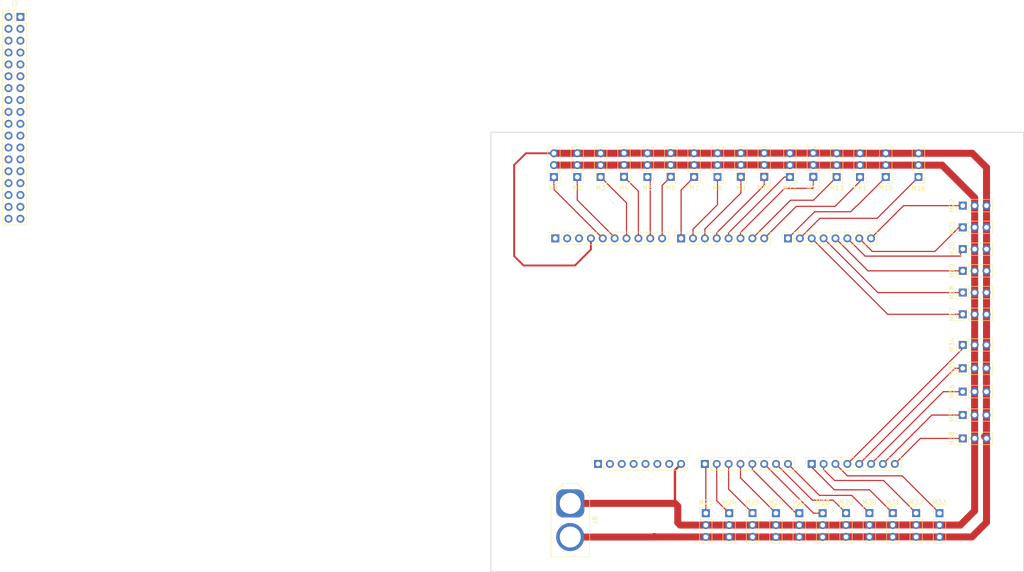
<source format=kicad_pcb>
(kicad_pcb (version 20240108) (generator "pcbnew") (generator_version "8.0")
  (title_block (date "mar. 31 mars 2015"))
  (layers (0 "F.Cu" signal) (31 "B.Cu" signal) (34 "B.Paste" user) (35 "F.Paste" user) (36 "B.SilkS" user "B.Silkscreen") (37 "F.SilkS" user "F.Silkscreen") (38 "B.Mask" user) (39 "F.Mask" user) (44 "Edge.Cuts" user))
  (net 0 "")
  (net 3 "/IOREF")
  (net 4 "/A0")
  (net 5 "/A1")
  (net 6 "/A2")
  (net 7 "/A3")
  (net 8 "/A4")
  (net 9 "/A5")
  (net 10 "/A6")
  (net 11 "/A7")
  (net 14 "Net-(J4-Pin_5)")
  (net 15 "Net-(J4-Pin_1)")
  (net 16 "Net-(J5-Pin_6)")
  (net 18 "/*13")
  (net 19 "/*12")
  (net 20 "/*11")
  (net 21 "/*10")
  (net 22 "/*9")
  (net 23 "/*8")
  (net 24 "Net-(J5-Pin_7)")
  (net 25 "/*5")
  (net 26 "/*4")
  (net 27 "Net-(J5-Pin_4)")
  (net 28 "/*2")
  (net 29 "/TX0{slash}1")
  (net 30 "/RX0{slash}0")
  (net 31 "Net-(J5-Pin_5)")
  (net 32 "/TX3{slash}14")
  (net 33 "/RX3{slash}15")
  (net 34 "/TX2{slash}16")
  (net 35 "/RX2{slash}17")
  (net 36 "/TX1{slash}18")
  (net 37 "/RX1{slash}19")
  (net 38 "/SDA{slash}20")
  (net 39 "/SCL{slash}21")
  (net 40 "Net-(J5-Pin_8)")
  (net 41 "/~{RESET}")
  (net 43 "Net-(J5-Pin_1)")
  (net 44 "Net-(J5-Pin_2)")
  (net 45 "Net-(J5-Pin_3)")
  (net 46 "/Vin")
  (net 47 "Net-(J2-Pin_4)")
  (net 48 "Net-(J4-Pin_2)")
  (net 51 "/*45")
  (net 52 "/38")
  (net 54 "/34")
  (net 55 "/43")
  (net 56 "/*44")
  (net 58 "/*46")
  (net 59 "/33")
  (net 60 "/32")
  (net 61 "/25")
  (net 62 "/24")
  (net 63 "/48")
  (net 64 "/36")
  (net 65 "/49")
  (net 66 "/27")
  (net 67 "/53")
  (net 68 "/51")
  (net 70 "/23")
  (net 71 "/31")
  (net 72 "/35")
  (net 73 "/50")
  (net 74 "/22")
  (net 75 "/40")
  (net 76 "/47")
  (net 77 "/39")
  (net 78 "/26")
  (net 79 "/*52")
  (net 80 "/30")
  (net 81 "/28")
  (net 82 "/37")
  (net 83 "/42")
  (net 84 "/41")
  (net 86 "/29")
  (footprint "Connector_PinSocket_2.54mm:PinSocket_1x08_P2.54mm_Vertical" (layer "F.Cu") (at 127.94 97.46 90)
    (property "Reference" "J1" (hide yes))
    (property "Value" "Power")
  )
  (footprint "Connector_PinSocket_2.54mm:PinSocket_1x08_P2.54mm_Vertical" (layer "F.Cu") (at 150.8 97.46 90)
    (property "Reference" "J3" (hide yes))
    (property "Value" "Analog")
  )
  (footprint "Connector_PinSocket_2.54mm:PinSocket_1x08_P2.54mm_Vertical" (layer "F.Cu") (at 173.66 97.46 90)
    (property "Reference" "J5" (hide yes))
    (property "Value" "Analog")
  )
  (footprint "Connector_PinSocket_2.54mm:PinSocket_1x10_P2.54mm_Vertical" (layer "F.Cu") (at 118.796 49.2 90)
    (property "Reference" "J2" (hide yes))
    (property "Value" "PWM")
  )
  (footprint "Connector_PinSocket_2.54mm:PinSocket_1x08_P2.54mm_Vertical" (layer "F.Cu") (at 145.72 49.2 90)
    (property "Reference" "J4" (hide yes))
    (property "Value" "PWM")
  )
  (footprint "Connector_PinSocket_2.54mm:PinSocket_1x08_P2.54mm_Vertical" (layer "F.Cu") (at 168.58 49.2 90)
    (property "Reference" "J6" (hide yes))
    (property "Value" "Communication")
  )
  (footprint "Connector_PinHeader_2.54mm:PinHeader_1x03_P2.54mm_Vertical" (layer "F.Cu") (at 123.5 36.065 180)
    (property "Reference" "M2")
    (property "Value" "Motor_Servo" (hide yes))
  )
  (footprint "Connector_PinHeader_2.54mm:PinHeader_1x03_P2.54mm_Vertical" (layer "F.Cu") (at 176 108)
    (property "Reference" "M28")
    (property "Value" "Motor_Servo" (hide yes))
  )
  (footprint "Connector_PinHeader_2.54mm:PinHeader_1x03_P2.54mm_Vertical" (layer "F.Cu") (at 181 107.975)
    (property "Reference" "M29")
    (property "Value" "Motor_Servo" (hide yes))
  )
  (footprint "Connector_PinHeader_2.54mm:PinHeader_1x03_P2.54mm_Vertical" (layer "F.Cu") (at 158.5 36.04 180)
    (property "Reference" "M9")
    (property "Value" "Motor_Servo" (hide yes))
  )
  (footprint "Connector_PinSocket_2.54mm:PinSocket_2x18_P2.54mm_Vertical" (layer "F.Cu") (at 4.365 1.825)
    (property "Reference" "J7")
    (property "Value" "Digital")
  )
  (footprint "Connector_PinHeader_2.54mm:PinHeader_1x03_P2.54mm_Vertical" (layer "F.Cu") (at 151 108)
    (property "Reference" "M23")
    (property "Value" "Motor_Servo" (hide yes))
  )
  (footprint "Connector_PinHeader_2.54mm:PinHeader_1x03_P2.54mm_Vertical" (layer "F.Cu") (at 171 108)
    (property "Reference" "M27")
    (property "Value" "Motor_Servo" (hide yes))
  )
  (footprint "Connector_PinHeader_2.54mm:PinHeader_1x03_P2.54mm_Vertical" (layer "F.Cu") (at 179 36.08 180)
    (property "Reference" "M13")
    (property "Value" "Motor_Servo" (hide yes))
  )
  (footprint "Connector_PinHeader_2.54mm:PinHeader_1x03_P2.54mm_Vertical" (layer "F.Cu") (at 128.5 36.08 180)
    (property "Reference" "M3")
    (property "Value" "Motor_Servo" (hide yes))
  )
  (footprint "Connector_AMASS:AMASS_XT60-F_1x02_P7.20mm_Vertical" (layer "F.Cu") (at 122 105.9 -90)
    (property "Reference" "J8")
    (property "Value" "Conn_01x02_Socket")
  )
  (footprint "Connector_PinHeader_2.54mm:PinHeader_1x03_P2.54mm_Vertical" (layer "F.Cu") (at 205.96 82 90)
    (property "Reference" "M36")
    (property "Value" "Motor_Servo" (hide yes))
  )
  (footprint "Connector_PinHeader_2.54mm:PinHeader_1x03_P2.54mm_Vertical" (layer "F.Cu") (at 191 107.975)
    (property "Reference" "M31")
    (property "Value" "Motor_Servo" (hide yes))
  )
  (footprint "Connector_PinHeader_2.54mm:PinHeader_1x03_P2.54mm_Vertical" (layer "F.Cu") (at 156 108)
    (property "Reference" "M24")
    (property "Value" "Motor_Servo" (hide yes))
  )
  (footprint "Connector_PinHeader_2.54mm:PinHeader_1x03_P2.54mm_Vertical" (layer "F.Cu") (at 205.975 65.45 90)
    (property "Reference" "M17")
    (property "Value" "Motor_Servo" (hide yes))
  )
  (footprint "Connector_PinHeader_2.54mm:PinHeader_1x03_P2.54mm_Vertical" (layer "F.Cu") (at 166 108)
    (property "Reference" "M26")
    (property "Value" "Motor_Servo" (hide yes))
  )
  (footprint "Connector_PinHeader_2.54mm:PinHeader_1x03_P2.54mm_Vertical" (layer "F.Cu") (at 205.96 77 90)
    (property "Reference" "M35")
    (property "Value" "Motor_Servo" (hide yes))
  )
  (footprint "Connector_PinHeader_2.54mm:PinHeader_1x03_P2.54mm_Vertical" (layer "F.Cu") (at 153.5 36.065 180)
    (property "Reference" "M8")
    (property "Value" "Motor_Servo" (hide yes))
  )
  (footprint "Connector_PinHeader_2.54mm:PinHeader_1x03_P2.54mm_Vertical" (layer "F.Cu") (at 138.5 36.065 180)
    (property "Reference" "M5")
    (property "Value" "Motor_Servo" (hide yes))
  )
  (footprint "Connector_PinHeader_2.54mm:PinHeader_1x03_P2.54mm_Vertical" (layer "F.Cu") (at 205.975 72 90)
    (property "Reference" "M34")
    (property "Value" "Motor_Servo" (hide yes))
  )
  (footprint "Connector_PinHeader_2.54mm:PinHeader_1x03_P2.54mm_Vertical" (layer "F.Cu") (at 143.5 36.04 180)
    (property "Reference" "M6")
    (property "Value" "Motor_Servo" (hide yes))
  )
  (footprint "Connector_PinHeader_2.54mm:PinHeader_1x03_P2.54mm_Vertical" (layer "F.Cu") (at 148.5 36.065 180)
    (property "Reference" "M7")
    (property "Value" "Motor_Servo" (hide yes))
  )
  (footprint "Connector_PinHeader_2.54mm:PinHeader_1x03_P2.54mm_Vertical" (layer "F.Cu") (at 205.975 42.2 90)
    (property "Reference" "M22")
    (property "Value" "Motor_Servo" (hide yes))
  )
  (footprint "Connector_PinHeader_2.54mm:PinHeader_1x03_P2.54mm_Vertical" (layer "F.Cu") (at 196 107.975)
    (property "Reference" "M32")
    (property "Value" "Motor_Servo" (hide yes))
  )
  (footprint "Connector_PinHeader_2.54mm:PinHeader_1x03_P2.54mm_Vertical" (layer "F.Cu") (at 186 107.975)
    (property "Reference" "M30")
    (property "Value" "Motor_Servo" (hide yes))
  )
  (footprint "Connector_PinHeader_2.54mm:PinHeader_1x03_P2.54mm_Vertical" (layer "F.Cu") (at 118.5 36.08 180)
    (property "Reference" "M1")
    (property "Value" "Motor_Servo" (hide yes))
  )
  (footprint "Connector_PinHeader_2.54mm:PinHeader_1x03_P2.54mm_Vertical" (layer "F.Cu") (at 174 36.04 180)
    (property "Reference" "M12")
    (property "Value" "Motor_Servo" (hide yes))
  )
  (footprint "Connector_PinHeader_2.54mm:PinHeader_1x03_P2.54mm_Vertical" (layer "F.Cu") (at 169 36.08 180)
    (property "Reference" "M11")
    (property "Value" "Motor_Servo" (hide yes))
  )
  (footprint "Connector_PinHeader_2.54mm:PinHeader_1x03_P2.54mm_Vertical" (layer "F.Cu") (at 189.5 36.08 180)
    (property "Reference" "M15")
    (property "Value" "Motor_Servo" (hide yes))
  )
  (footprint "Connector_PinHeader_2.54mm:PinHeader_1x03_P2.54mm_Vertical" (layer "F.Cu") (at 161 107.975)
    (property "Reference" "M25")
    (property "Value" "Motor_Servo" (hide yes))
  )
  (footprint "Connector_PinHeader_2.54mm:PinHeader_1x03_P2.54mm_Vertical" (layer "F.Cu") (at 205.96 87 90)
    (property "Reference" "M37")
    (property "Value" "Motor_Servo" (hide yes))
  )
  (footprint "Connector_PinHeader_2.54mm:PinHeader_1x03_P2.54mm_Vertical" (layer "F.Cu") (at 205.975 51.5 90)
    (property "Reference" "M20")
    (property "Value" "Motor_Servo" (hide yes))
  )
  (footprint "Connector_PinHeader_2.54mm:PinHeader_1x03_P2.54mm_Vertical" (layer "F.Cu") (at 163.5 36.04 180)
    (property "Reference" "M10")
    (property "Value" "Motor_Servo" (hide yes))
  )
  (footprint "Connector_PinHeader_2.54mm:PinHeader_1x03_P2.54mm_Vertical" (layer "F.Cu") (at 205.975 56.15 90)
    (property "Reference" "M19")
    (property "Value" "Motor_Servo" (hide yes))
  )
  (footprint "Connector_PinHeader_2.54mm:PinHeader_1x03_P2.54mm_Vertical" (layer "F.Cu") (at 196.5 36.08 180)
    (property "Reference" "M16")
    (property "Value" "Motor_Servo" (hide yes))
  )
  (footprint "Connector_PinHeader_2.54mm:PinHeader_1x03_P2.54mm_Vertical" (layer "F.Cu") (at 201 108)
    (property "Reference" "M33")
    (property "Value" "Motor_Servo" (hide yes))
  )
  (footprint "Connector_PinHeader_2.54mm:PinHeader_1x03_P2.54mm_Vertical" (layer "F.Cu") (at 205.975 46.85 90)
    (property "Reference" "M21")
    (property "Value" "Motor_Servo" (hide yes))
  )
  (footprint "Connector_PinHeader_2.54mm:PinHeader_1x03_P2.54mm_Vertical" (layer "F.Cu") (at 184 36.08 180)
    (property "Reference" "Me1")
    (property "Value" "Motor_Servo" (hide yes))
  )
  (footprint "Connector_PinHeader_2.54mm:PinHeader_1x03_P2.54mm_Vertical" (layer "F.Cu") (at 205.975 92 90)
    (property "Reference" "M38")
    (property "Value" "Motor_Servo" (hide yes))
  )
  (footprint "Connector_PinHeader_2.54mm:PinHeader_1x03_P2.54mm_Vertical" (layer "F.Cu") (at 205.975 60.8 90)
    (property "Reference" "M18")
    (property "Value" "Motor_Servo" (hide yes))
  )
  (footprint "Connector_PinHeader_2.54mm:PinHeader_1x03_P2.54mm_Vertical" (layer "F.Cu") (at 133.5 36.04 180)
    (property "Reference" "M4")
    (property "Value" "Motor_Servo" (hide yes))
  )
  (gr_rect (start 105 26.5) (end 219 120.5) (stroke (width 0.15)) (fill none) (layer "Edge.Cuts"))
  (segment (start 151 98.4) (end 151 108) (width 0.25) (layer "F.Cu") (net 4))
  (segment (start 150.8 98.2) (end 151 98.4) (width 0.25) (layer "F.Cu") (net 4))
  (segment (start 150.8 97.46) (end 150.8 98.2) (width 0.25) (layer "F.Cu") (net 4))
  (segment (start 153.34 97.46) (end 153.34 105.34) (width 0.25) (layer "F.Cu") (net 5))
  (segment (start 153.34 105.34) (end 156 108) (width 0.25) (layer "F.Cu") (net 5))
  (segment (start 155.88 102.855) (end 161 107.975) (width 0.25) (layer "F.Cu") (net 6))
  (segment (start 155.88 97.46) (end 155.88 102.855) (width 0.25) (layer "F.Cu") (net 6))
  (segment (start 158.42 100.42) (end 166 108) (width 0.25) (layer "F.Cu") (net 7))
  (segment (start 158.42 97.46) (end 158.42 100.42) (width 0.25) (layer "F.Cu") (net 7))
  (segment (start 160.96 98.662081) (end 170.297919 108) (width 0.25) (layer "F.Cu") (net 8))
  (segment (start 170.297919 108) (end 171 108) (width 0.25) (layer "F.Cu") (net 8))
  (segment (start 160.96 97.46) (end 160.96 98.662081) (width 0.25) (layer "F.Cu") (net 8))
  (segment (start 163.5 97.46) (end 174.04 108) (width 0.25) (layer "F.Cu") (net 9))
  (segment (start 174.04 108) (end 176 108) (width 0.25) (layer "F.Cu") (net 9))
  (segment (start 178.235 105.21) (end 181 107.975) (width 0.25) (layer "F.Cu") (net 10))
  (segment (start 173.79 105.21) (end 178.235 105.21) (width 0.25) (layer "F.Cu") (net 10))
  (segment (start 166.04 97.46) (end 173.79 105.21) (width 0.25) (layer "F.Cu") (net 10))
  (segment (start 175.31 104.19) (end 182.215 104.19) (width 0.25) (layer "F.Cu") (net 11))
  (segment (start 182.215 104.19) (end 186 107.975) (width 0.25) (layer "F.Cu") (net 11))
  (segment (start 168.58 97.46) (end 175.31 104.19) (width 0.25) (layer "F.Cu") (net 11))
  (segment (start 155.88 49.2) (end 155.88 47.997919) (width 0.25) (layer "F.Cu") (net 14))
  (segment (start 167.797919 36.08) (end 169 36.08) (width 0.25) (layer "F.Cu") (net 14))
  (segment (start 155.88 47.997919) (end 167.797919 36.08) (width 0.25) (layer "F.Cu") (net 14))
  (segment (start 145.72 38.845) (end 148.5 36.065) (width 0.25) (layer "F.Cu") (net 15))
  (segment (start 145.72 49.2) (end 145.72 38.845) (width 0.25) (layer "F.Cu") (net 15))
  (segment (start 201.82 82) (end 205.96 82) (width 0.25) (layer "F.Cu") (net 16))
  (segment (start 186.36 97.46) (end 201.82 82) (width 0.25) (layer "F.Cu") (net 16))
  (segment (start 118.5 38.744) (end 128.956 49.2) (width 0.25) (layer "F.Cu") (net 18))
  (segment (start 118.5 36.08) (end 118.5 38.744) (width 0.25) (layer "F.Cu") (net 18))
  (segment (start 123.5 41.004) (end 123.5 36.065) (width 0.25) (layer "F.Cu") (net 19))
  (segment (start 131.496 49) (end 123.5 41.004) (width 0.25) (layer "F.Cu") (net 19))
  (segment (start 131.496 49.2) (end 131.496 49) (width 0.25) (layer "F.Cu") (net 19))
  (segment (start 134.036 49.2) (end 134.036 41.616) (width 0.25) (layer "F.Cu") (net 20))
  (segment (start 134.036 41.616) (end 128.5 36.08) (width 0.25) (layer "F.Cu") (net 20))
  (segment (start 136.576 49.2) (end 136.576 39.116) (width 0.25) (layer "F.Cu") (net 21))
  (segment (start 136.576 39.116) (end 133.5 36.04) (width 0.25) (layer "F.Cu") (net 21))
  (segment (start 139.116 49.2) (end 139.116 36.681) (width 0.25) (layer "F.Cu") (net 22))
  (segment (start 139.116 36.681) (end 138.5 36.065) (width 0.25) (layer "F.Cu") (net 22))
  (segment (start 141.656 37.884) (end 143.5 36.04) (width 0.25) (layer "F.Cu") (net 23))
  (segment (start 141.656 49.2) (end 141.656 37.884) (width 0.25) (layer "F.Cu") (net 23))
  (segment (start 188.9 97.46) (end 199.36 87) (width 0.25) (layer "F.Cu") (net 24))
  (segment (start 199.36 87) (end 205.96 87) (width 0.25) (layer "F.Cu") (net 24))
  (segment (start 158.5 36.04) (end 158.5 39.5) (width 0.25) (layer "F.Cu") (net 25))
  (segment (start 150.8 47.2) (end 150.8 49.2) (width 0.25) (layer "F.Cu") (net 25))
  (segment (start 158.5 39.5) (end 150.8 47.2) (width 0.25) (layer "F.Cu") (net 25))
  (segment (start 153.34 47.997919) (end 163.5 37.837919) (width 0.25) (layer "F.Cu") (net 26))
  (segment (start 153.34 49.2) (end 153.34 47.997919) (width 0.25) (layer "F.Cu") (net 26))
  (segment (start 163.5 37.837919) (end 163.5 36.04) (width 0.25) (layer "F.Cu") (net 26))
  (segment (start 205.975 72.765) (end 205.975 72) (width 0.25) (layer "F.Cu") (net 27))
  (segment (start 181.28 97.46) (end 205.975 72.765) (width 0.25) (layer "F.Cu") (net 27))
  (segment (start 158.42 49.2) (end 158.42 47.943604) (width 0.25) (layer "F.Cu") (net 28))
  (segment (start 167.863604 38.5) (end 174 38.5) (width 0.25) (layer "F.Cu") (net 28))
  (segment (start 158.42 47.943604) (end 167.863604 38.5) (width 0.25) (layer "F.Cu") (net 28))
  (segment (start 174 38.5) (end 174 36.04) (width 0.25) (layer "F.Cu") (net 28))
  (segment (start 169.11 41.05) (end 174.03 41.05) (width 0.25) (layer "F.Cu") (net 29))
  (segment (start 160.96 49.2) (end 169.11 41.05) (width 0.25) (layer "F.Cu") (net 29))
  (segment (start 174.03 41.05) (end 179 36.08) (width 0.25) (layer "F.Cu") (net 29))
  (segment (start 184 37) (end 184 36.08) (width 0.25) (layer "F.Cu") (net 30))
  (segment (start 163.5 49.2) (end 170.35 42.35) (width 0.25) (layer "F.Cu") (net 30))
  (segment (start 170.35 42.35) (end 178.65 42.35) (width 0.25) (layer "F.Cu") (net 30))
  (segment (start 178.65 42.35) (end 184 37) (width 0.25) (layer "F.Cu") (net 30))
  (segment (start 183.82 97.46) (end 204.28 77) (width 0.25) (layer "F.Cu") (net 31))
  (segment (start 204.28 77) (end 205.96 77) (width 0.25) (layer "F.Cu") (net 31))
  (segment (start 174.28 43.5) (end 182 43.5) (width 0.25) (layer "F.Cu") (net 32))
  (segment (start 183.29 42.29) (end 189.5 36.08) (width 0.25) (layer "F.Cu") (net 32))
  (segment (start 183.21 42.29) (end 183.29 42.29) (width 0.25) (layer "F.Cu") (net 32))
  (segment (start 182 43.5) (end 183.21 42.29) (width 0.25) (layer "F.Cu") (net 32))
  (segment (start 168.58 49.2) (end 174.28 43.5) (width 0.25) (layer "F.Cu") (net 32))
  (segment (start 175.41 44.91) (end 187.67 44.91) (width 0.25) (layer "F.Cu") (net 33))
  (segment (start 171.12 49.2) (end 175.41 44.91) (width 0.25) (layer "F.Cu") (net 33))
  (segment (start 187.67 44.91) (end 196.5 36.08) (width 0.25) (layer "F.Cu") (net 33))
  (segment (start 173.66 49.2) (end 189.91 65.45) (width 0.25) (layer "F.Cu") (net 34))
  (segment (start 189.91 65.45) (end 205.975 65.45) (width 0.25) (layer "F.Cu") (net 34))
  (segment (start 176.2 49.2) (end 187.8 60.8) (width 0.25) (layer "F.Cu") (net 35))
  (segment (start 187.8 60.8) (end 205.975 60.8) (width 0.25) (layer "F.Cu") (net 35))
  (segment (start 178.74 49.2) (end 185.69 56.15) (width 0.25) (layer "F.Cu") (net 36))
  (segment (start 185.69 56.15) (end 205.975 56.15) (width 0.25) (layer "F.Cu") (net 36))
  (segment (start 205.5 51.975) (end 205.975 51.5) (width 0.25) (layer "F.Cu") (net 37))
  (segment (start 181.28 49.2) (end 185.08 53) (width 0.25) (layer "F.Cu") (net 37))
  (segment (start 205.5 53) (end 205.5 51.975) (width 0.25) (layer "F.Cu") (net 37))
  (segment (start 185.08 53) (end 205.5 53) (width 0.25) (layer "F.Cu") (net 37))
  (segment (start 205.15 46.85) (end 205.975 46.85) (width 0.25) (layer "F.Cu") (net 38))
  (segment (start 186.62 52) (end 200 52) (width 0.25) (layer "F.Cu") (net 38))
  (segment (start 183.82 49.2) (end 186.62 52) (width 0.25) (layer "F.Cu") (net 38))
  (segment (start 200 52) (end 205.15 46.85) (width 0.25) (layer "F.Cu") (net 38))
  (segment (start 193.3 42.2) (end 205.975 42.2) (width 0.25) (layer "F.Cu") (net 39))
  (segment (start 186.36 49.14) (end 193.3 42.2) (width 0.25) (layer "F.Cu") (net 39))
  (segment (start 186.36 49.2) (end 186.36 49.14) (width 0.25) (layer "F.Cu") (net 39))
  (segment (start 196.9 92) (end 205.975 92) (width 0.25) (layer "F.Cu") (net 40))
  (segment (start 191.44 97.46) (end 196.9 92) (width 0.25) (layer "F.Cu") (net 40))
  (segment (start 186.025 103) (end 178.5 103) (width 0.25) (layer "F.Cu") (net 43))
  (segment (start 191 107.975) (end 186.025 103) (width 0.25) (layer "F.Cu") (net 43))
  (segment (start 173.66 98.16) (end 173.66 97.46) (width 0.25) (layer "F.Cu") (net 43))
  (segment (start 178.5 103) (end 173.66 98.16) (width 0.25) (layer "F.Cu") (net 43))
  (segment (start 178.537919 101) (end 176.2 98.662081) (width 0.25) (layer "F.Cu") (net 44))
  (segment (start 176.2 98.662081) (end 176.2 97.46) (width 0.25) (layer "F.Cu") (net 44))
  (segment (start 189.025 101) (end 178.537919 101) (width 0.25) (layer "F.Cu") (net 44))
  (segment (start 196 107.975) (end 189.025 101) (width 0.25) (layer "F.Cu") (net 44))
  (segment (start 201 108) (end 193 100) (width 0.25) (layer "F.Cu") (net 45))
  (segment (start 181.28 100) (end 178.74 97.46) (width 0.25) (layer "F.Cu") (net 45))
  (segment (start 193 100) (end 181.28 100) (width 0.25) (layer "F.Cu") (net 45))
  (segment (start 189.5 33.54) (end 184 33.54) (width 1.5) (layer "F.Cu") (net 46))
  (segment (start 181 110.515) (end 186 110.515) (width 1.5) (layer "F.Cu") (net 46))
  (segment (start 143.5 33.5) (end 138.525 33.5) (width 1.5) (layer "F.Cu") (net 46))
  (segment (start 156 110.54) (end 160.975 110.54) (width 1.5) (layer "F.Cu") (net 46))
  (segment (start 143.525 33.525) (end 143.5 33.5) (width 1.5) (layer "F.Cu") (net 46))
  (segment (start 145 110) (end 145.54 110.54) (width 1.5) (layer "F.Cu") (net 46))
  (segment (start 184 33.54) (end 179 33.54) (width 1.5) (layer "F.Cu") (net 46))
  (segment (start 208.515 42.2) (end 208.515 40.515) (width 1.5) (layer "F.Cu") (net 46))
  (segment (start 171 110.54) (end 176 110.54) (width 1.5) (layer "F.Cu") (net 46))
  (segment (start 208.515 87.015) (end 208.5 87) (width 1.5) (layer "F.Cu") (net 46))
  (segment (start 208.5 87) (end 208.5 82) (width 1.5) (layer "F.Cu") (net 46))
  (segment (start 208.515 40.515) (end 201.54 33.54) (width 1.5) (layer "F.Cu") (net 46))
  (segment (start 179 33.54) (end 174.04 33.54) (width 1.5) (layer "F.Cu") (net 46))
  (segment (start 166 110.54) (end 171 110.54) (width 1.5) (layer "F.Cu") (net 46))
  (segment (start 131.025 33.525) (end 131.01 33.54) (width 1.5) (layer "F.Cu") (net 46))
  (segment (start 151 110.54) (end 156 110.54) (width 1.5) (layer "F.Cu") (net 46))
  (segment (start 191 110.515) (end 196 110.515) (width 1.5) (layer "F.Cu") (net 46))
  (segment (start 169 33.54) (end 163.54 33.54) (width 1.5) (layer "F.Cu") (net 46))
  (segment (start 123.5 33.525) (end 118.515 33.525) (width 1.5) (layer "F.Cu") (net 46))
  (segment (start 201 110.54) (end 205.46 110.54) (width 1.5) (layer "F.Cu") (net 46))
  (segment (start 174 33.5) (end 169.04 33.5) (width 1.5) (layer "F.Cu") (net 46))
  (segment (start 158.5 33.5) (end 153.525 33.5) (width 1.5) (layer "F.Cu") (net 46))
  (segment (start 128.5 33.54) (end 123.515 33.54) (width 1.5) (layer "F.Cu") (net 46))
  (segment (start 138.525 33.5) (end 138.5 33.525) (width 1.5) (layer "F.Cu") (net 46))
  (segment (start 201.54 33.54) (end 196.5 33.54) (width 1.5) (layer "F.Cu") (net 46))
  (segment (start 163.54 33.54) (end 163.5 33.5) (width 1.5) (layer "F.Cu") (net 46))
  (segment (start 174.04 33.54) (end 174 33.5) (width 1.5) (layer "F.Cu") (net 46))
  (segment (start 122 105.9) (end 144.4 105.9) (width 1.5) (layer "F.Cu") (net 46))
  (segment (start 208.5 77) (end 208.5 72.015) (width 1.5) (layer "F.Cu") (net 46))
  (segment (start 196 110.515) (end 200.975 110.515) (width 1.5) (layer "F.Cu") (net 46))
  (segment (start 208.5 82) (end 208.5 77) (width 1.5) (layer "F.Cu") (net 46))
  (segment (start 144.5 106) (end 145 106.5) (width 1.5) (layer "F.Cu") (net 46))
  (segment (start 208.515 72) (end 208.515 65.45) (width 1.5) (layer "F.Cu") (net 46))
  (segment (start 144.4 105.9) (end 144.4 98.78) (width 0.5) (layer "F.Cu") (net 46))
  (segment (start 208.515 56.15) (end 208.515 51.5) (width 1.5) (layer "F.Cu") (net 46))
  (segment (start 208.5 72.015) (end 208.515 72) (width 1.5) (layer "F.Cu") (net 46))
  (segment (start 180.975 110.54) (end 181 110.515) (width 1.5) (layer "F.Cu") (net 46))
  (segment (start 200.975 110.515) (end 201 110.54) (width 1.5) (layer "F.Cu") (net 46))
  (segment (start 145 106.5) (end 145 110) (width 1.5) (layer "F.Cu") (net 46))
  (segment (start 208.515 92) (end 208.515 87.015) (width 1.5) (layer "F.Cu") (net 46))
  (segment (start 118.515 33.525) (end 118.5 33.54) (width 1.5) (layer "F.Cu") (net 46))
  (segment (start 138.5 33.525) (end 133.525 33.525) (width 1.5) (layer "F.Cu") (net 46))
  (segment (start 133.525 33.525) (end 131.025 33.525) (width 1.5) (layer "F.Cu") (net 46))
  (segment (start 153.5 33.525) (end 148.5 33.525) (width 1.5) (layer "F.Cu") (net 46))
  (segment (start 161 110.515) (end 165.975 110.515) (width 1.5) (layer "F.Cu") (net 46))
  (segment (start 208.515 60.8) (end 208.515 56.15) (width 1.5) (layer "F.Cu") (net 46))
  (segment (start 169.04 33.5) (end 169 33.54) (width 1.5) (layer "F.Cu") (net 46))
  (segment (start 186 110.515) (end 191 110.515) (width 1.5) (layer "F.Cu") (net 46))
  (segment (start 208.515 46.85) (end 208.515 42.2) (width 1.5) (layer "F.Cu") (net 46))
  (segment (start 148.5 33.525) (end 143.525 33.525) (width 1.5) (layer "F.Cu") (net 46))
  (segment (start 131.01 33.54) (end 128.5 33.54) (width 1.5) (layer "F.Cu") (net 46))
  (segment (start 163.5 33.5) (end 158.5 33.5) (width 1.5) (layer "F.Cu") (net 46))
  (segment (start 144.4 105.9) (end 144.5 106) (width 1.5) (layer "F.Cu") (net 46))
  (segment (start 144.4 98.78) (end 145.72 97.46) (width 0.5) (layer "F.Cu") (net 46))
  (segment (start 160.975 110.54) (end 161 110.515) (width 1.5) (layer "F.Cu") (net 46))
  (segment (start 208.515 51.5) (end 208.515 46.85) (width 1.5) (layer "F.Cu") (net 46))
  (segment (start 133.525 33.525) (end 133.5 33.5) (width 1.5) (layer "F.Cu") (net 46))
  (segment (start 123.515 33.54) (end 123.5 33.525) (width 1.5) (layer "F.Cu") (net 46))
  (segment (start 145 106.5) (end 144.4 105.9) (width 0.5) (layer "F.Cu") (net 46))
  (segment (start 176 110.54) (end 180.975 110.54) (width 1.5) (layer "F.Cu") (net 46))
  (segment (start 145.54 110.54) (end 151 110.54) (width 1.5) (layer "F.Cu") (net 46))
  (segment (start 208.515 65.45) (end 208.515 60.8) (width 1.5) (layer "F.Cu") (net 46))
  (segment (start 165.975 110.515) (end 166 110.54) (width 1.5) (layer "F.Cu") (net 46))
  (segment (start 196.5 33.54) (end 189.5 33.54) (width 1.5) (layer "F.Cu") (net 46))
  (segment (start 205.46 110.54) (end 208.515 107.485) (width 1.5) (layer "F.Cu") (net 46))
  (segment (start 153.525 33.5) (end 153.5 33.525) (width 1.5) (layer "F.Cu") (net 46))
  (segment (start 208.515 107.485) (end 208.515 92) (width 1.5) (layer "F.Cu") (net 46))
  (segment (start 211.055 56.15) (end 211.055 60.8) (width 1.5) (layer "F.Cu") (net 47))
  (segment (start 211.055 42.2) (end 211.055 46.85) (width 1.5) (layer "F.Cu") (net 47))
  (segment (start 171 113.08) (end 166 113.08) (width 1.5) (layer "F.Cu") (net 47))
  (segment (start 190.945 113.055) (end 186 113.055) (width 1.5) (layer "F.Cu") (net 47))
  (segment (start 123.945 30.985) (end 123.96 31) (width 1.5) (layer "F.Cu") (net 47))
  (segment (start 179 31) (end 184 31) (width 1.5) (layer "F.Cu") (net 47))
  (segment (start 207.92 113.08) (end 201 113.08) (width 1.5) (layer "F.Cu") (net 47))
  (segment (start 201.135 112.945) (end 201 113.08) (width 1.5) (layer "F.Cu") (net 47))
  (segment (start 148.475 30.96) (end 148.5 30.985) (width 1.5) (layer "F.Cu") (net 47))
  (segment (start 211.04 87) (end 211.04 91.985) (width 1.5) (layer "F.Cu") (net 47))
  (segment (start 211.04 72.04) (end 211.04 77) (width 1.5) (layer "F.Cu") (net 47))
  (segment (start 161.025 113.08) (end 161 113.055) (width 1.5) (layer "F.Cu") (net 47))
  (segment (start 166 113.08) (end 161.025 113.08) (width 1.5) (layer "F.Cu") (net 47))
  (segment (start 211.055 60.8) (end 211.055 65.45) (width 1.5) (layer "F.Cu") (net 47))
  (segment (start 157 113.055) (end 156.975 113.08) (width 1.5) (layer "F.Cu") (net 47))
  (segment (start 158.475 30.985) (end 158.5 30.96) (width 1.5) (layer "F.Cu") (net 47))
  (segment (start 138.5 30.985) (end 143.475 30.985) (width 1.5) (layer "F.Cu") (net 47))
  (segment (start 210.625 91.57) (end 211.055 92) (width 1.5) (layer "F.Cu") (net 47))
  (segment (start 133.5 30.96) (end 138.475 30.96) (width 1.5) (layer "F.Cu") (net 47))
  (segment (start 169.42 31) (end 169.46 30.96) (width 1.5) (layer "F.Cu") (net 47))
  (segment (start 138.475 30.96) (end 138.5 30.985) (width 1.5) (layer "F.Cu") (net 47))
  (segment (start 140 113) (end 139.9 113.1) (width 1.5) (layer "F.Cu") (net 47))
  (segment (start 211.055 72) (end 211 72) (width 1.5) (layer "F.Cu") (net 47))
  (segment (start 123.5 30.985) (end 123.945 30.985) (width 1.5) (layer "F.Cu") (net 47))
  (segment (start 139.9 113.1) (end 122 113.1) (width 1.5) (layer "F.Cu") (net 47))
  (segment (start 176.025 113.055) (end 176 113.08) (width 1.5) (layer "F.Cu") (net 47))
  (segment (start 176 113.08) (end 171 113.08) (width 1.5) (layer "F.Cu") (net 47))
  (segment (start 211.03 71.975) (end 211.055 72) (width 1.5) (layer "F.Cu") (net 47))
  (segment (start 123 55) (end 112 55) (width 0.4) (layer "F.Cu") (net 47))
  (segment (start 118.5 31) (end 123.485 31) (width 1.5) (layer "F.Cu") (net 47))
  (segment (start 191 113) (end 190.945 113.055) (width 1.5) (layer "F.Cu") (net 47))
  (segment (start 169.46 30.96) (end 174 30.96) (width 1.5) (layer "F.Cu") (net 47))
  (segment (start 163.5 30.96) (end 169.46 30.96) (width 1.5) (layer "F.Cu") (net 47))
  (segment (start 211 72) (end 211.04 72.04) (width 1.5) (layer "F.Cu") (net 47))
  (segment (start 151 113.08) (end 140.08 113.08) (width 1.5) (layer "F.Cu") (net 47))
  (segment (start 211.055 46.85) (end 211.055 51.5) (width 1.5) (layer "F.Cu") (net 47))
  (segment (start 128.5 31) (end 133.46 31) (width 1.5) (layer "F.Cu") (net 47))
  (segment (start 211.055 92) (end 211.055 109.945) (width 1.5) (layer "F.Cu") (net 47))
  (segment (start 211.065 76.975) (end 211.04 77) (width 1.5) (layer "F.Cu") (net 47))
  (segment (start 208 31) (end 196.5 31) (width 1.5) (layer "F.Cu") (net 47))
  (segment (start 123.485 31) (end 123.5 30.985) (width 1.5) (layer "F.Cu") (net 47))
  (segment (start 126.416 49.2) (end 126.416 51.584) (width 0.4) (layer "F.Cu") (net 47))
  (segment (start 157 113.055) (end 156.025 113.055) (width 1.5) (layer "F.Cu") (net 47))
  (segment (start 153.5 30.985) (end 158.475 30.985) (width 1.5) (layer "F.Cu") (net 47))
  (segment (start 126.416 51.584) (end 123 55) (width 0.4) (layer "F.Cu") (net 47))
  (segment (start 178.96 30.96) (end 179 31) (width 1.5) (layer "F.Cu") (net 47))
  (segment (start 110 33.5) (end 112.5 31) (width 0.4) (layer "F.Cu") (net 47))
  (segment (start 123.96 31) (end 128.5 31) (width 1.5) (layer "F.Cu") (net 47))
  (segment (start 169 31) (end 169.42 31) (width 1.5) (layer "F.Cu") (net 47))
  (segment (start 112.5 31) (end 118.5 31) (width 0.4) (layer "F.Cu") (net 47))
  (segment (start 196 113.055) (end 191 113.055) (width 1.5) (layer "F.Cu") (net 47))
  (segment (start 110 53) (end 110 33.5) (width 0.4) (layer "F.Cu") (net 47))
  (segment (start 211.055 34.055) (end 208 31) (width 1.5) (layer "F.Cu") (net 47))
  (segment (start 156.975 113.08) (end 151 113.08) (width 1.5) (layer "F.Cu") (net 47))
  (segment (start 211.055 109.945) (end 207.92 113.08) (width 1.5) (layer "F.Cu") (net 47))
  (segment (start 191 113.055) (end 191 113) (width 1.5) (layer "F.Cu") (net 47))
  (segment (start 201 113.08) (end 196.025 113.08) (width 1.5) (layer "F.Cu") (net 47))
  (segment (start 112 55) (end 110 53) (width 0.4) (layer "F.Cu") (net 47))
  (segment (start 140.08 113.08) (end 140 113) (width 1.5) (layer "F.Cu") (net 47))
  (segment (start 211.055 51.5) (end 211.055 56.15) (width 1.5) (layer "F.Cu") (net 47))
  (segment (start 143.475 30.985) (end 143.5 30.96) (width 1.5) (layer "F.Cu") (net 47))
  (segment (start 211.04 82) (end 211.04 87) (width 1.5) (layer "F.Cu") (net 47))
  (segment (start 211.055 42.2) (end 211.055 34.055) (width 1.5) (layer "F.Cu") (net 47))
  (segment (start 158.5 30.96) (end 163.5 30.96) (width 1.5) (layer "F.Cu") (net 47))
  (segment (start 211.04 91.985) (end 211.055 92) (width 1.5) (layer "F.Cu") (net 47))
  (segment (start 189.5 31) (end 196.5 31) (width 1.5) (layer "F.Cu") (net 47))
  (segment (start 156.025 113.055) (end 156 113.08) (width 1.5) (layer "F.Cu") (net 47))
  (segment (start 211.04 77) (end 211.04 82) (width 1.5) (layer "F.Cu") (net 47))
  (segment (start 181 113.055) (end 176.025 113.055) (width 1.5) (layer "F.Cu") (net 47))
  (segment (start 148.5 30.985) (end 153.5 30.985) (width 1.5) (layer "F.Cu") (net 47))
  (segment (start 161 113.055) (end 157 113.055) (width 1.5) (layer "F.Cu") (net 47))
  (segment (start 143.5 30.96) (end 148.475 30.96) (width 1.5) (layer "F.Cu") (net 47))
  (segment (start 133.46 31) (end 133.5 30.96) (width 1.5) (layer "F.Cu") (net 47))
  (segment (start 211.055 65.45) (end 211.055 72) (width 1.5) (layer "F.Cu") (net 47))
  (segment (start 186 113.055) (end 181 113.055) (width 1.5) (layer "F.Cu") (net 47))
  (segment (start 196.025 113.08) (end 196 113.055) (width 1.5) (layer "F.Cu") (net 47))
  (segment (start 184 31) (end 189.5 31) (width 1.5) (layer "F.Cu") (net 47))
  (segment (start 174 30.96) (end 178.96 30.96) (width 1.5) (layer "F.Cu") (net 47))
  (segment (start 148.26 49.2) (end 148.26 47.24) (width 0.25) (layer "F.Cu") (net 48))
  (segment (start 153.5 42) (end 153.5 36.065) (width 0.25) (layer "F.Cu") (net 48))
  (segment (start 148.26 47.24) (end 153.5 42) (width 0.25) (layer "F.Cu") (net 48))
)
</source>
